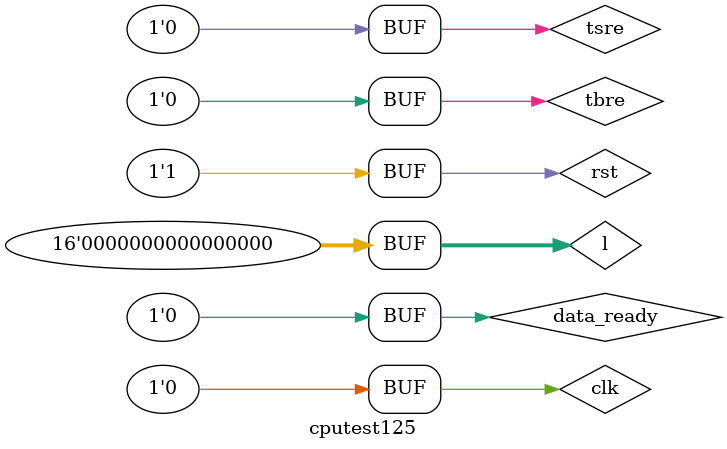
<source format=v>
`timescale 1ns / 1ps


module cputest125;

	// Inputs
	reg clk;
	reg rst;
	reg [15:0] l;
	reg data_ready;
	reg tbre;
	reg tsre;

	// Outputs
	wire [15:0] light;
	wire [17:0] Ram1Addr;
	wire Ram1OE;
	wire Ram1WE;
	wire Ram1EN;
	wire [17:0] Ram2Addr;
	wire Ram2OE;
	wire Ram2WE;
	wire Ram2EN;
	wire wrn;
	wire rdn;

	// Bidirs
	wire [15:0] Ram1Data;
	wire [15:0] Ram2Data;

	// Instantiate the Unit Under Test (UUT)
	zzcpu uut (
		.clk(clk), 
		.rst(rst), 
		.light(light), 
		.l(l), 
		.Ram1Addr(Ram1Addr), 
		.Ram1Data(Ram1Data), 
		.Ram1OE(Ram1OE), 
		.Ram1WE(Ram1WE), 
		.Ram1EN(Ram1EN), 
		.Ram2Addr(Ram2Addr), 
		.Ram2Data(Ram2Data), 
		.Ram2OE(Ram2OE), 
		.Ram2WE(Ram2WE), 
		.Ram2EN(Ram2EN), 
		.data_ready(data_ready), 
		.tbre(tbre), 
		.tsre(tsre), 
		.wrn(wrn), 
		.rdn(rdn)
	);

	initial begin
		// Initialize Inputs
		clk = 1;
		rst = 1;
		l = 0;
		data_ready = 0;
		tbre = 0;
		tsre = 0;

		// Wait 100 ns for global reset to finish
		#10;
        
		// Add stimulus here
		#5;
		rst = 1'b0;
		#5;
		rst = 1'b1;
		#5;
		clk = 0;
		#5;
		clk = 1;
		#5;
		clk = 0;
		#5;
		clk = 1;
		#5;
		clk = 0;
		#5;
		clk = 1;
		#5;
		clk = 0;
	end
      
endmodule


</source>
